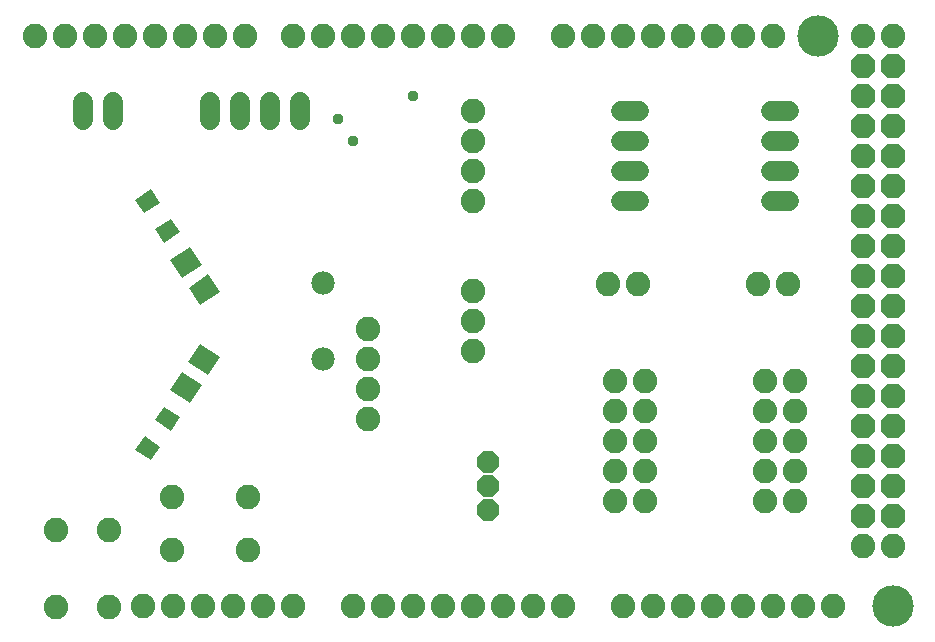
<source format=gts>
G75*
%MOIN*%
%OFA0B0*%
%FSLAX25Y25*%
%IPPOS*%
%LPD*%
%AMOC8*
5,1,8,0,0,1.08239X$1,22.5*
%
%ADD10C,0.13792*%
%ADD11C,0.08200*%
%ADD12OC8,0.08200*%
%ADD13C,0.07800*%
%ADD14R,0.05524X0.06312*%
%ADD15R,0.07099X0.07887*%
%ADD16OC8,0.07400*%
%ADD17C,0.06800*%
%ADD18C,0.03778*%
D10*
X0381250Y0212632D03*
X0406250Y0022632D03*
D11*
X0127350Y0022332D03*
X0145150Y0022332D03*
X0156250Y0022632D03*
X0166250Y0022632D03*
X0176250Y0022632D03*
X0186250Y0022632D03*
X0196250Y0022632D03*
X0206250Y0022632D03*
X0226250Y0022632D03*
X0236250Y0022632D03*
X0246250Y0022632D03*
X0256250Y0022632D03*
X0266250Y0022632D03*
X0276250Y0022632D03*
X0286250Y0022632D03*
X0296250Y0022632D03*
X0316250Y0022632D03*
X0326250Y0022632D03*
X0336250Y0022632D03*
X0346250Y0022632D03*
X0356250Y0022632D03*
X0366250Y0022632D03*
X0376250Y0022632D03*
X0386250Y0022632D03*
X0396250Y0042632D03*
X0406250Y0042632D03*
X0373750Y0057632D03*
X0363750Y0057632D03*
X0363750Y0067632D03*
X0373750Y0067632D03*
X0373750Y0077632D03*
X0363750Y0077632D03*
X0363750Y0087632D03*
X0373750Y0087632D03*
X0373750Y0097632D03*
X0363750Y0097632D03*
X0323750Y0097632D03*
X0313750Y0097632D03*
X0313750Y0087632D03*
X0323750Y0087632D03*
X0323750Y0077632D03*
X0313750Y0077632D03*
X0313750Y0067632D03*
X0323750Y0067632D03*
X0323750Y0057632D03*
X0313750Y0057632D03*
X0231250Y0085132D03*
X0231250Y0095132D03*
X0231250Y0105132D03*
X0231250Y0115132D03*
X0266250Y0117632D03*
X0266250Y0107632D03*
X0266250Y0127632D03*
X0311250Y0130132D03*
X0321250Y0130132D03*
X0361250Y0130132D03*
X0371250Y0130132D03*
X0266250Y0157632D03*
X0266250Y0167632D03*
X0266250Y0177632D03*
X0266250Y0187632D03*
X0266250Y0212632D03*
X0256250Y0212632D03*
X0246250Y0212632D03*
X0236250Y0212632D03*
X0226250Y0212632D03*
X0216250Y0212632D03*
X0206250Y0212632D03*
X0190250Y0212632D03*
X0180250Y0212632D03*
X0170250Y0212632D03*
X0160250Y0212632D03*
X0150250Y0212632D03*
X0140250Y0212632D03*
X0130250Y0212632D03*
X0120250Y0212632D03*
X0276250Y0212632D03*
X0296250Y0212632D03*
X0306250Y0212632D03*
X0316250Y0212632D03*
X0326250Y0212632D03*
X0336250Y0212632D03*
X0346250Y0212632D03*
X0356250Y0212632D03*
X0366250Y0212632D03*
X0396250Y0212632D03*
X0406250Y0212632D03*
X0191550Y0059032D03*
X0165950Y0059032D03*
X0145150Y0047932D03*
X0127350Y0047932D03*
X0165950Y0041232D03*
X0191550Y0041232D03*
D12*
X0396250Y0052632D03*
X0406250Y0052632D03*
X0406250Y0062632D03*
X0396250Y0062632D03*
X0396250Y0072632D03*
X0406250Y0072632D03*
X0406250Y0082632D03*
X0396250Y0082632D03*
X0396250Y0092632D03*
X0406250Y0092632D03*
X0406250Y0102632D03*
X0396250Y0102632D03*
X0396250Y0112632D03*
X0406250Y0112632D03*
X0406250Y0122632D03*
X0396250Y0122632D03*
X0396250Y0132632D03*
X0406250Y0132632D03*
X0406250Y0142632D03*
X0396250Y0142632D03*
X0396250Y0152632D03*
X0406250Y0152632D03*
X0406250Y0162632D03*
X0396250Y0162632D03*
X0396250Y0172632D03*
X0406250Y0172632D03*
X0406250Y0182632D03*
X0396250Y0182632D03*
X0396250Y0192632D03*
X0406250Y0192632D03*
X0406250Y0202632D03*
X0396250Y0202632D03*
D13*
X0216250Y0130428D03*
X0216250Y0104837D03*
D14*
G36*
X0168617Y0085682D02*
X0165608Y0081050D01*
X0160315Y0084488D01*
X0163324Y0089120D01*
X0168617Y0085682D01*
G37*
G36*
X0162185Y0075777D02*
X0159176Y0071145D01*
X0153883Y0074583D01*
X0156892Y0079215D01*
X0162185Y0075777D01*
G37*
G36*
X0163481Y0143683D02*
X0160392Y0148261D01*
X0165623Y0151791D01*
X0168712Y0147213D01*
X0163481Y0143683D01*
G37*
G36*
X0156877Y0153474D02*
X0153788Y0158052D01*
X0159019Y0161582D01*
X0162108Y0157004D01*
X0156877Y0153474D01*
G37*
D15*
G36*
X0169384Y0132055D02*
X0165415Y0137939D01*
X0171952Y0142349D01*
X0175921Y0136465D01*
X0169384Y0132055D01*
G37*
G36*
X0175548Y0122916D02*
X0171579Y0128800D01*
X0178116Y0133210D01*
X0182085Y0127326D01*
X0175548Y0122916D01*
G37*
G36*
X0181991Y0105583D02*
X0178125Y0099632D01*
X0171513Y0103927D01*
X0175379Y0109878D01*
X0181991Y0105583D01*
G37*
G36*
X0175987Y0096338D02*
X0172121Y0090387D01*
X0165509Y0094682D01*
X0169375Y0100633D01*
X0175987Y0096338D01*
G37*
D16*
X0271250Y0070506D03*
X0271250Y0062632D03*
X0271250Y0054758D03*
D17*
X0315750Y0157632D02*
X0321750Y0157632D01*
X0321750Y0167632D02*
X0315750Y0167632D01*
X0315750Y0177632D02*
X0321750Y0177632D01*
X0321750Y0187632D02*
X0315750Y0187632D01*
X0365750Y0187632D02*
X0371750Y0187632D01*
X0371750Y0177632D02*
X0365750Y0177632D01*
X0365750Y0167632D02*
X0371750Y0167632D01*
X0371750Y0157632D02*
X0365750Y0157632D01*
X0208750Y0184632D02*
X0208750Y0190632D01*
X0198750Y0190632D02*
X0198750Y0184632D01*
X0188750Y0184632D02*
X0188750Y0190632D01*
X0178750Y0190632D02*
X0178750Y0184632D01*
X0146250Y0184632D02*
X0146250Y0190632D01*
X0136250Y0190632D02*
X0136250Y0184632D01*
D18*
X0221250Y0185132D03*
X0226250Y0177632D03*
X0246250Y0192632D03*
M02*

</source>
